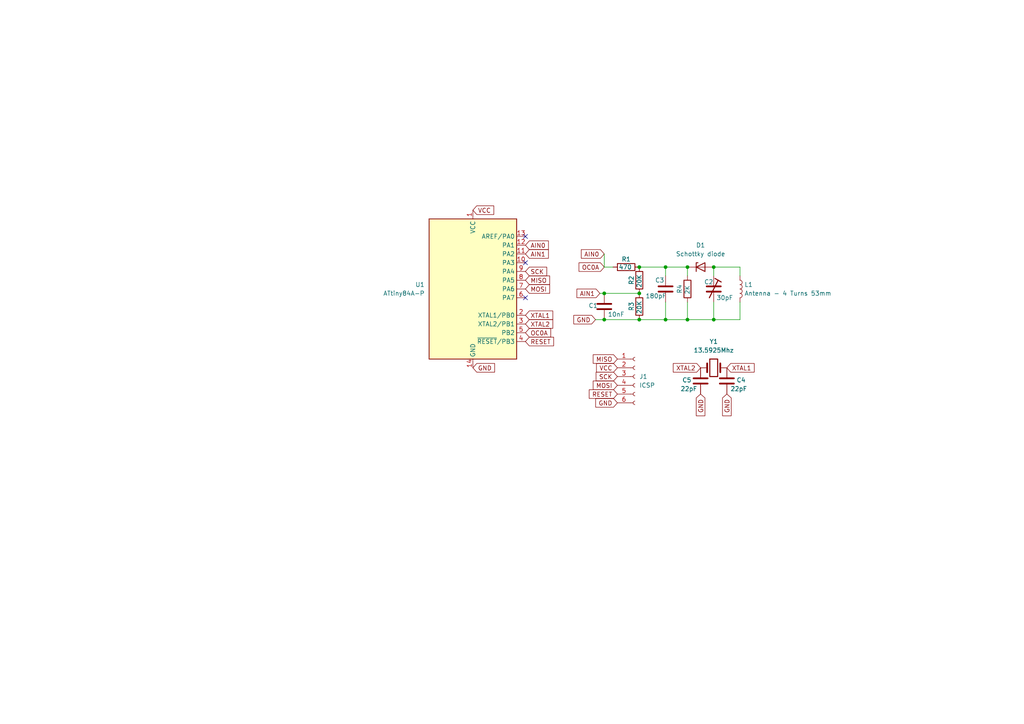
<source format=kicad_sch>
(kicad_sch (version 20231120) (generator "eeschema") (generator_version "8.0")
  (paper "A4")
  (lib_symbols
    (symbol "Connector:Conn_01x06_Socket" (pin_names (offset 1.016) hide)
      (property "Reference" "J" (at 0 7.62 0))
      (property "Value" "Conn_01x06_Socket" (at 0 -10.16 0))
      (symbol "Conn_01x06_Socket_1_1"
        (arc (start 0 -7.112) (mid -0.5058 -7.62) (end 0 -8.128) (stroke (width 0.1524)))
        (arc (start 0 -4.572) (mid -0.5058 -5.08) (end 0 -5.588) (stroke (width 0.1524)))
        (arc (start 0 -2.032) (mid -0.5058 -2.54) (end 0 -3.048) (stroke (width 0.1524)))
        (polyline (pts (xy -1.27 -7.62) (xy -0.508 -7.62)) (stroke (width 0.1524)))
        (polyline (pts (xy -1.27 -5.08) (xy -0.508 -5.08)) (stroke (width 0.1524)))
        (polyline (pts (xy -1.27 -2.54) (xy -0.508 -2.54)) (stroke (width 0.1524)))
        (polyline (pts (xy -1.27 0) (xy -0.508 0)) (stroke (width 0.1524)))
        (polyline (pts (xy -1.27 2.54) (xy -0.508 2.54)) (stroke (width 0.1524)))
        (polyline (pts (xy -1.27 5.08) (xy -0.508 5.08)) (stroke (width 0.1524)))
        (arc (start 0 0.508) (mid -0.5058 0) (end 0 -0.508) (stroke (width 0.1524)))
        (arc (start 0 3.048) (mid -0.5058 2.54) (end 0 2.032) (stroke (width 0.1524)))
        (arc (start 0 5.588) (mid -0.5058 5.08) (end 0 4.572) (stroke (width 0.1524)))
        (pin passive line (at -5.08 5.08 0) (length 3.81) (name "Pin_1") (number "1"))
        (pin passive line (at -5.08 2.54 0) (length 3.81) (name "Pin_2") (number "2"))
        (pin passive line (at -5.08 0 0) (length 3.81) (name "Pin_3") (number "3"))
        (pin passive line (at -5.08 -2.54 0) (length 3.81) (name "Pin_4") (number "4"))
        (pin passive line (at -5.08 -5.08 0) (length 3.81) (name "Pin_5") (number "5"))
        (pin passive line (at -5.08 -7.62 0) (length 3.81) (name "Pin_6") (number "6"))
      )
    )
    (symbol "Device:C" (pin_numbers hide) (pin_names (offset 0.254))
      (property "Reference" "C" (at 0.635 2.54 0))
      (property "Value" "C" (at 0.635 -2.54 0))
      (symbol "C_0_1"
        (polyline (pts (xy -2.032 -0.762) (xy 2.032 -0.762)) (stroke (width 0.508)))
        (polyline (pts (xy -2.032 0.762) (xy 2.032 0.762)) (stroke (width 0.508)))
      )
      (symbol "C_1_1"
        (pin passive line (at 0 3.81 270) (length 2.794) (name "~") (number "1"))
        (pin passive line (at 0 -3.81 90) (length 2.794) (name "~") (number "2"))
      )
    )
    (symbol "Device:C_Trim" (pin_numbers hide) (pin_names (offset 0.254) hide)
      (property "Reference" "C" (at 1.524 -2.032 0))
      (property "Value" "C_Trim" (at 3.048 -3.556 0))
      (symbol "C_Trim_0_1"
        (polyline (pts (xy -2.032 -0.762) (xy 2.032 -0.762)) (stroke (width 0.508)))
        (polyline (pts (xy -2.032 0.762) (xy 2.032 0.762)) (stroke (width 0.508)))
        (polyline (pts (xy 1.27 2.54) (xy -1.27 -2.54)) (stroke (width 0.3048)))
        (polyline (pts (xy 1.27 2.54) (xy 0.381 3.048)) (stroke (width 0.3048)))
        (polyline (pts (xy 1.27 2.54) (xy 2.159 2.032)) (stroke (width 0.3048)))
      )
      (symbol "C_Trim_1_1"
        (pin passive line (at 0 3.81 270) (length 3.048) (name "~") (number "1"))
        (pin passive line (at 0 -3.81 90) (length 3.048) (name "~") (number "2"))
      )
    )
    (symbol "Device:Crystal" (pin_numbers hide) (pin_names (offset 1.016) hide)
      (property "Reference" "Y" (at 0 3.81 0))
      (property "Value" "Crystal" (at 0 -3.81 0))
      (symbol "Crystal_0_1"
        (rectangle (start -1.143 2.54) (end 1.143 -2.54) (stroke (width 0.3048)))
        (polyline (pts (xy -2.54 0) (xy -1.905 0)))
        (polyline (pts (xy -1.905 -1.27) (xy -1.905 1.27)) (stroke (width 0.508)))
        (polyline (pts (xy 1.905 -1.27) (xy 1.905 1.27)) (stroke (width 0.508)))
        (polyline (pts (xy 2.54 0) (xy 1.905 0)))
      )
      (symbol "Crystal_1_1"
        (pin passive line (at -3.81 0 0) (length 1.27) (name "1") (number "1"))
        (pin passive line (at 3.81 0 180) (length 1.27) (name "2") (number "2"))
      )
    )
    (symbol "Device:D_Zener" (pin_numbers hide) (pin_names (offset 1.016) hide)
      (property "Reference" "D" (at 0 2.54 0))
      (property "Value" "D_Zener" (at 0 -2.54 0))
      (symbol "D_Zener_0_1"
        (polyline (pts (xy 1.27 0) (xy -1.27 0)))
        (polyline (pts (xy -1.27 -1.27) (xy -1.27 1.27) (xy -0.762 1.27)) (stroke (width 0.254)))
        (polyline (pts (xy 1.27 -1.27) (xy 1.27 1.27) (xy -1.27 0) (xy 1.27 -1.27)) (stroke (width 0.254)))
      )
      (symbol "D_Zener_1_1"
        (pin passive line (at -3.81 0 0) (length 2.54) (name "K") (number "1"))
        (pin passive line (at 3.81 0 180) (length 2.54) (name "A") (number "2"))
      )
    )
    (symbol "Device:L" (pin_numbers hide) (pin_names (offset 1.016) hide)
      (property "Reference" "L" (at -1.27 0 90))
      (property "Value" "L" (at 1.905 0 90))
      (symbol "L_0_1"
        (arc (start 0 -2.54) (mid 0.6323 -1.905) (end 0 -1.27))
        (arc (start 0 -1.27) (mid 0.6323 -0.635) (end 0 0))
        (arc (start 0 0) (mid 0.6323 0.635) (end 0 1.27))
        (arc (start 0 1.27) (mid 0.6323 1.905) (end 0 2.54))
      )
      (symbol "L_1_1"
        (pin passive line (at 0 3.81 270) (length 1.27) (name "1") (number "1"))
        (pin passive line (at 0 -3.81 90) (length 1.27) (name "2") (number "2"))
      )
    )
    (symbol "Device:R" (pin_numbers hide) (pin_names (offset 0))
      (property "Reference" "R" (at 2.032 0 90))
      (property "Value" "R" (at 0 0 90))
      (symbol "R_0_1"
        (rectangle (start -1.016 -2.54) (end 1.016 2.54) (stroke (width 0.254)))
      )
      (symbol "R_1_1"
        (pin passive line (at 0 3.81 270) (length 1.27) (name "~") (number "1"))
        (pin passive line (at 0 -3.81 90) (length 1.27) (name "~") (number "2"))
      )
    )
    (symbol "MCU_Microchip_ATtiny:ATtiny84A-P"
      (property "Reference" "U" (at -12.7 21.59 0))
      (property "Value" "ATtiny84A-P" (at 2.54 -21.59 0))
      (symbol "ATtiny84A-P_0_1"
        (rectangle (start -12.7 -20.32) (end 12.7 20.32) (stroke (width 0.254)) (fill (type background)))
      )
      (symbol "ATtiny84A-P_1_1"
        (pin power_in line (at 0 22.86 270) (length 2.54) (name "VCC") (number "1"))
        (pin bidirectional line (at 15.24 7.62 180) (length 2.54) (name "PA3") (number "10"))
        (pin bidirectional line (at 15.24 10.16 180) (length 2.54) (name "PA2") (number "11"))
        (pin bidirectional line (at 15.24 12.7 180) (length 2.54) (name "PA1") (number "12"))
        (pin bidirectional line (at 15.24 15.24 180) (length 2.54) (name "AREF/PA0") (number "13"))
        (pin power_in line (at 0 -22.86 90) (length 2.54) (name "GND") (number "14"))
        (pin bidirectional line (at 15.24 -7.62 180) (length 2.54) (name "XTAL1/PB0") (number "2"))
        (pin bidirectional line (at 15.24 -10.16 180) (length 2.54) (name "XTAL2/PB1") (number "3"))
        (pin bidirectional line (at 15.24 -15.24 180) (length 2.54) (name "~{RESET}/PB3") (number "4"))
        (pin bidirectional line (at 15.24 -12.7 180) (length 2.54) (name "PB2") (number "5"))
        (pin bidirectional line (at 15.24 -2.54 180) (length 2.54) (name "PA7") (number "6"))
        (pin bidirectional line (at 15.24 0 180) (length 2.54) (name "PA6") (number "7"))
        (pin bidirectional line (at 15.24 2.54 180) (length 2.54) (name "PA5") (number "8"))
        (pin bidirectional line (at 15.24 5.08 180) (length 2.54) (name "PA4") (number "9"))
      )
    )
  )
  (junction (at 185.42 77.47))
  (junction (at 199.39 77.47))
  (junction (at 175.26 85.09))
  (junction (at 185.42 92.71))
  (junction (at 207.01 92.71))
  (junction (at 193.04 77.47))
  (junction (at 193.04 92.71))
  (junction (at 207.01 77.47))
  (junction (at 185.42 85.09))
  (junction (at 199.39 92.71))
  (junction (at 175.26 92.71))
  (no_connect (at 152.4 86.36))
  (no_connect (at 152.4 76.2))
  (no_connect (at 152.4 68.58))
  (wire (pts (xy 193.04 92.71) (xy 193.04 87.63)))
  (wire (pts (xy 207.01 87.63) (xy 207.01 92.71)))
  (wire (pts (xy 193.04 80.01) (xy 193.04 77.47)))
  (wire (pts (xy 172.72 92.71) (xy 175.26 92.71)))
  (wire (pts (xy 185.42 92.71) (xy 193.04 92.71)))
  (wire (pts (xy 193.04 77.47) (xy 185.42 77.47)))
  (wire (pts (xy 199.39 80.01) (xy 199.39 77.47)))
  (wire (pts (xy 199.39 92.71) (xy 193.04 92.71)))
  (wire (pts (xy 214.63 80.01) (xy 214.63 77.47)))
  (wire (pts (xy 214.63 92.71) (xy 207.01 92.71)))
  (wire (pts (xy 173.99 85.09) (xy 175.26 85.09)))
  (wire (pts (xy 175.26 92.71) (xy 185.42 92.71)))
  (wire (pts (xy 207.01 80.01) (xy 207.01 77.47)))
  (wire (pts (xy 175.26 77.47) (xy 177.8 77.47)))
  (wire (pts (xy 199.39 77.47) (xy 193.04 77.47)))
  (wire (pts (xy 214.63 87.63) (xy 214.63 92.71)))
  (wire (pts (xy 207.01 92.71) (xy 199.39 92.71)))
  (wire (pts (xy 199.39 87.63) (xy 199.39 92.71)))
  (wire (pts (xy 175.26 85.09) (xy 185.42 85.09)))
  (wire (pts (xy 175.26 73.66) (xy 175.26 77.47)))
  (wire (pts (xy 207.01 77.47) (xy 214.63 77.47)))
  (global_label "RESET" (shape input) (at 179.07 114.3 180) (property "Intersheetrefs" "${INTERSHEET_REFS}" (effects (hide yes))))
  (global_label "VCC" (shape input) (at 179.07 106.68 180) (property "Intersheetrefs" "${INTERSHEET_REFS}" (effects (hide yes))))
  (global_label "OC0A" (shape input) (at 152.4 96.52 0) (property "Intersheetrefs" "${INTERSHEET_REFS}" (effects (hide yes))))
  (global_label "XTAL1" (shape input) (at 210.82 106.68 0) (property "Intersheetrefs" "${INTERSHEET_REFS}" (effects (hide yes))))
  (global_label "GND" (shape input) (at 172.72 92.71 180) (property "Intersheetrefs" "${INTERSHEET_REFS}" (effects (hide yes))))
  (global_label "MOSI" (shape input) (at 179.07 111.76 180) (property "Intersheetrefs" "${INTERSHEET_REFS}" (effects (hide yes))))
  (global_label "AIN0" (shape input) (at 175.26 73.66 180) (property "Intersheetrefs" "${INTERSHEET_REFS}" (effects (hide yes))))
  (global_label "RESET" (shape input) (at 152.4 99.06 0) (property "Intersheetrefs" "${INTERSHEET_REFS}" (effects (hide yes))))
  (global_label "GND" (shape input) (at 203.2 114.3 270) (property "Intersheetrefs" "${INTERSHEET_REFS}" (effects (hide yes))))
  (global_label "GND" (shape input) (at 179.07 116.84 180) (property "Intersheetrefs" "${INTERSHEET_REFS}" (effects (hide yes))))
  (global_label "GND" (shape input) (at 137.16 106.68 0) (property "Intersheetrefs" "${INTERSHEET_REFS}" (effects (hide yes))))
  (global_label "XTAL1" (shape input) (at 152.4 91.44 0) (property "Intersheetrefs" "${INTERSHEET_REFS}" (effects (hide yes))))
  (global_label "AIN0" (shape input) (at 152.4 71.12 0) (property "Intersheetrefs" "${INTERSHEET_REFS}" (effects (hide yes))))
  (global_label "SCK" (shape input) (at 179.07 109.22 180) (property "Intersheetrefs" "${INTERSHEET_REFS}" (effects (hide yes))))
  (global_label "SCK" (shape input) (at 152.4 78.74 0) (property "Intersheetrefs" "${INTERSHEET_REFS}" (effects (hide yes))))
  (global_label "MISO" (shape input) (at 152.4 81.28 0) (property "Intersheetrefs" "${INTERSHEET_REFS}" (effects (hide yes))))
  (global_label "MOSI" (shape input) (at 152.4 83.82 0) (property "Intersheetrefs" "${INTERSHEET_REFS}" (effects (hide yes))))
  (global_label "AIN1" (shape input) (at 152.4 73.66 0) (property "Intersheetrefs" "${INTERSHEET_REFS}" (effects (hide yes))))
  (global_label "AIN1" (shape input) (at 173.99 85.09 180) (property "Intersheetrefs" "${INTERSHEET_REFS}" (effects (hide yes))))
  (global_label "VCC" (shape input) (at 137.16 60.96 0) (property "Intersheetrefs" "${INTERSHEET_REFS}" (effects (hide yes))))
  (global_label "GND" (shape input) (at 210.82 114.3 270) (property "Intersheetrefs" "${INTERSHEET_REFS}" (effects (hide yes))))
  (global_label "XTAL2" (shape input) (at 203.2 106.68 180) (property "Intersheetrefs" "${INTERSHEET_REFS}" (effects (hide yes))))
  (global_label "XTAL2" (shape input) (at 152.4 93.98 0) (property "Intersheetrefs" "${INTERSHEET_REFS}" (effects (hide yes))))
  (global_label "MISO" (shape input) (at 179.07 104.14 180) (property "Intersheetrefs" "${INTERSHEET_REFS}" (effects (hide yes))))
  (global_label "OC0A" (shape input) (at 175.26 77.47 180) (property "Intersheetrefs" "${INTERSHEET_REFS}" (effects (hide yes))))
  (symbol (lib_id "Device:R") (at 185.42 88.9 180) (unit 1)
    (property "Reference" "R3" (at 183.134 88.9 90))
    (property "Value" "20K" (at 185.42 89.154 90))
    (property "Footprint" "Resistor_THT:R_Axial_DIN0207_L6.3mm_D2.5mm_P7.62mm_Horizontal" (effects (hide yes)))
    (property "Description" "Resistor" (effects (hide yes)))
  )
  (symbol (lib_id "Device:L") (at 214.63 83.82 0) (unit 1)
    (property "Reference" "L1" (at 215.9 82.5499 0) (effects (justify left)))
    (property "Value" "Antenna - 4 Turns 53mm" (at 215.9 85.0899 0) (effects (justify left)))
    (property "Footprint" "Inductor_THT:L_Axial_L7.0mm_D3.3mm_P10.16mm_Horizontal_Fastron_MICC" (effects (hide yes)))
    (property "Description" "Inductor" (effects (hide yes)))
  )
  (symbol (lib_id "Device:C") (at 175.26 88.9 0) (unit 1)
    (property "Reference" "C1" (at 170.688 88.646 0) (effects (justify left)))
    (property "Value" "10nF" (at 176.276 91.186 0) (effects (justify left)))
    (property "Footprint" "Capacitor_THT:C_Disc_D4.3mm_W1.9mm_P5.00mm" (effects (hide yes)))
    (property "Description" "Unpolarized capacitor" (effects (hide yes)))
  )
  (symbol (lib_id "Device:R") (at 185.42 81.28 180) (unit 1)
    (property "Reference" "R2" (at 183.134 81.28 90))
    (property "Value" "20K" (at 185.42 81.534 90))
    (property "Footprint" "Resistor_THT:R_Axial_DIN0207_L6.3mm_D2.5mm_P7.62mm_Horizontal" (effects (hide yes)))
    (property "Description" "Resistor" (effects (hide yes)))
  )
  (symbol (lib_id "Device:Crystal") (at 207.01 106.68 0) (unit 1)
    (property "Reference" "Y1" (at 207.01 99.06 0))
    (property "Value" "13.5925Mhz" (at 207.01 101.6 0))
    (property "Footprint" "Crystal:Crystal_HC49-U_Vertical" (effects (hide yes)))
    (property "Description" "Two pin crystal" (effects (hide yes)))
  )
  (symbol (lib_id "Device:C") (at 210.82 110.49 0) (unit 1)
    (property "Reference" "C4" (at 213.614 110.236 0) (effects (justify left)))
    (property "Value" "22pF" (at 211.836 112.776 0) (effects (justify left)))
    (property "Footprint" "Capacitor_THT:C_Disc_D4.3mm_W1.9mm_P5.00mm" (effects (hide yes)))
    (property "Description" "Unpolarized capacitor" (effects (hide yes)))
  )
  (symbol (lib_id "Device:C") (at 203.2 110.49 0) (unit 1)
    (property "Reference" "C5" (at 197.866 110.236 0) (effects (justify left)))
    (property "Value" "22pF" (at 197.358 112.776 0) (effects (justify left)))
    (property "Footprint" "Capacitor_THT:C_Disc_D4.3mm_W1.9mm_P5.00mm" (effects (hide yes)))
    (property "Description" "Unpolarized capacitor" (effects (hide yes)))
  )
  (symbol (lib_id "Device:R") (at 199.39 83.82 180) (unit 1)
    (property "Reference" "R4" (at 197.104 83.82 90))
    (property "Value" "2K" (at 199.39 84.074 90))
    (property "Footprint" "Resistor_THT:R_Axial_DIN0207_L6.3mm_D2.5mm_P7.62mm_Horizontal" (effects (hide yes)))
    (property "Description" "Resistor" (effects (hide yes)))
  )
  (symbol (lib_id "Device:C") (at 193.04 83.82 0) (unit 1)
    (property "Reference" "C3" (at 189.992 81.28 0) (effects (justify left)))
    (property "Value" "180pF" (at 187.198 85.852 0) (effects (justify left)))
    (property "Footprint" "Capacitor_THT:C_Disc_D4.3mm_W1.9mm_P5.00mm" (effects (hide yes)))
    (property "Description" "Unpolarized capacitor" (effects (hide yes)))
  )
  (symbol (lib_id "MCU_Microchip_ATtiny:ATtiny84A-P") (at 137.16 83.82 0) (unit 1)
    (property "Reference" "U1" (at 123.19 82.5499 0) (effects (justify right)))
    (property "Value" "ATtiny84A-P" (at 123.19 85.0899 0) (effects (justify right)))
    (property "Footprint" "Package_DIP:DIP-14_W7.62mm" (effects (hide yes)))
    (property "Datasheet" "http://ww1.microchip.com/downloads/en/DeviceDoc/doc8183.pdf" (effects (hide yes)))
    (property "Description" "20MHz, 8kB Flash, 512B SRAM, 512B EEPROM, debugWIRE, DIP-14" (effects (hide yes)))
  )
  (symbol (lib_id "Device:R") (at 181.61 77.47 90) (unit 1)
    (property "Reference" "R1" (at 181.61 75.184 90))
    (property "Value" "470" (at 181.356 77.47 90))
    (property "Footprint" "Resistor_THT:R_Axial_DIN0207_L6.3mm_D2.5mm_P7.62mm_Horizontal" (effects (hide yes)))
    (property "Description" "Resistor" (effects (hide yes)))
  )
  (symbol (lib_id "Device:C_Trim") (at 207.01 83.82 0) (unit 1)
    (property "Reference" "C2" (at 204.216 81.788 0) (effects (justify left)))
    (property "Value" "30pF" (at 207.772 86.36 0) (effects (justify left)))
    (property "Footprint" "Capacitor_THT:C_Disc_D4.3mm_W1.9mm_P5.00mm" (effects (hide yes)))
    (property "Description" "Trimmable capacitor" (effects (hide yes)))
  )
  (symbol (lib_id "Connector:Conn_01x06_Socket") (at 184.15 109.22 0) (unit 1)
    (property "Reference" "J1" (at 185.42 109.2199 0) (effects (justify left)))
    (property "Value" "ICSP" (at 185.42 111.7599 0) (effects (justify left)))
    (property "Footprint" "Connector_PinHeader_2.54mm:PinHeader_2x03_P2.54mm_Vertical" (effects (hide yes)))
    (property "Description" "Generic connector, single row, 01x06, script generated" (effects (hide yes)))
  )
  (symbol (lib_id "Device:D_Zener") (at 203.2 77.47 0) (unit 1)
    (property "Reference" "D1" (at 203.2 71.12 0))
    (property "Value" "Schottky diode" (at 203.2 73.66 0))
    (property "Footprint" "Diode_THT:D_A-405_P7.62mm_Horizontal" (effects (hide yes)))
    (property "Description" "Zener diode" (effects (hide yes)))
  )
)
</source>
